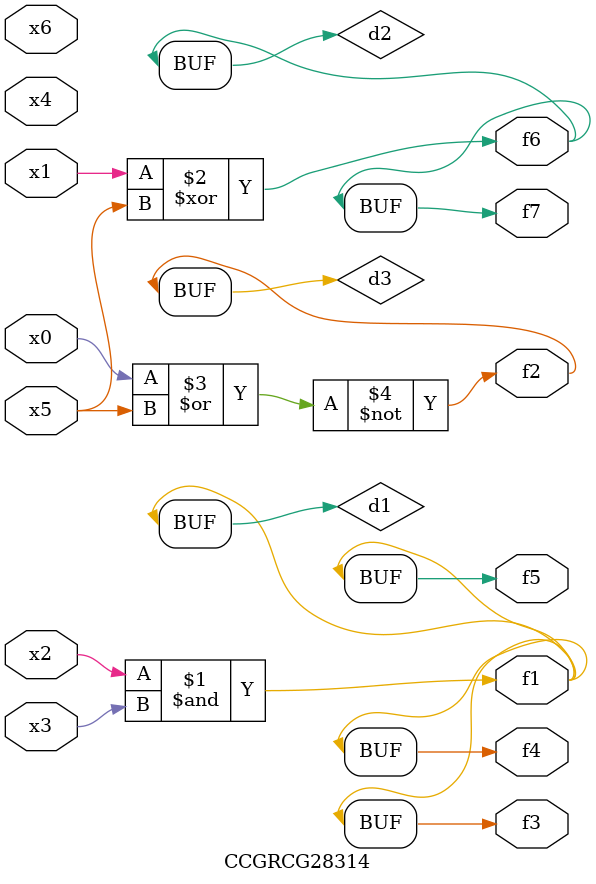
<source format=v>
module CCGRCG28314(
	input x0, x1, x2, x3, x4, x5, x6,
	output f1, f2, f3, f4, f5, f6, f7
);

	wire d1, d2, d3;

	and (d1, x2, x3);
	xor (d2, x1, x5);
	nor (d3, x0, x5);
	assign f1 = d1;
	assign f2 = d3;
	assign f3 = d1;
	assign f4 = d1;
	assign f5 = d1;
	assign f6 = d2;
	assign f7 = d2;
endmodule

</source>
